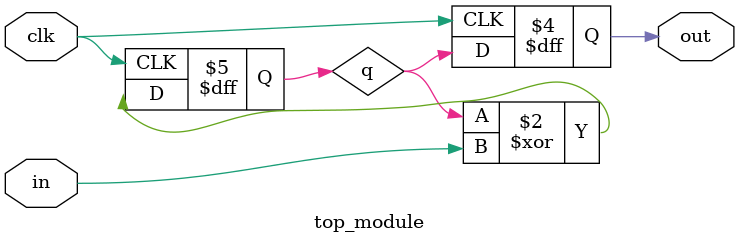
<source format=sv>
module top_module (
	input clk,
	input in,
	output logic out
);
	// Internal register to hold the state of the output
	logic q;

	// Initial block to set the initial state of the output
	initial begin
		q = 0;
		out = 0;
	end

	// Always block sensitive to the positive edge of the clock signal
	always_ff @(posedge clk) begin
		q <= q ^ in;
		out <= q;
	end
endmodule

</source>
